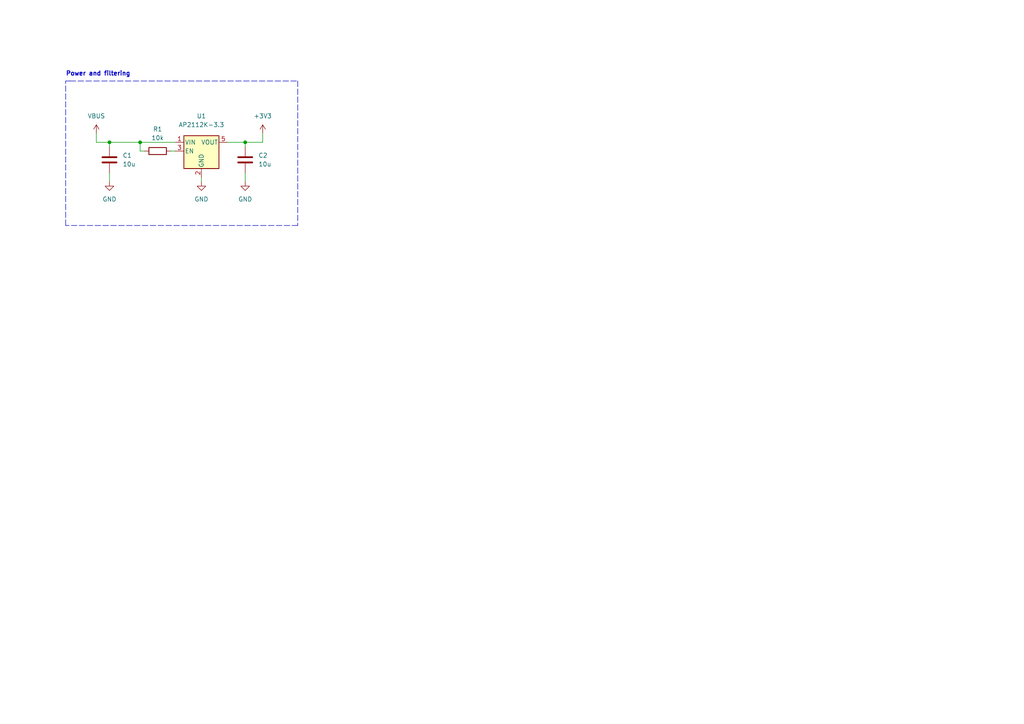
<source format=kicad_sch>
(kicad_sch (version 20211123) (generator eeschema)
  (paper "A4")
  (title_block (title "Pico Card") (date "2022-05-28") (rev "v1.0") (company "DIVA ENG"))
  (lib_symbols
    (symbol "Device:C" (pin_numbers hide) (pin_names (offset 0.254))
      (property "Reference" "C" (at 0.635 2.54 0))
      (property "Value" "C" (at 0.635 -2.54 0))
      (symbol "C_0_1"
        (polyline (pts (xy -2.032 -0.762) (xy 2.032 -0.762)) (stroke (width 0.508)))
        (polyline (pts (xy -2.032 0.762) (xy 2.032 0.762)) (stroke (width 0.508)))
      )
      (symbol "C_1_1"
        (pin passive line (at 0 3.81 270) (length 2.794) (name "~") (number "1"))
        (pin passive line (at 0 -3.81 90) (length 2.794) (name "~") (number "2"))
      )
    )
    (symbol "Device:R" (pin_numbers hide) (pin_names (offset 0))
      (property "Reference" "R" (at 2.032 0 90))
      (property "Value" "R" (at 0 0 90))
      (symbol "R_0_1"
        (rectangle (start -1.016 -2.54) (end 1.016 2.54) (stroke (width 0.254)))
      )
      (symbol "R_1_1"
        (pin passive line (at 0 3.81 270) (length 1.27) (name "~") (number "1"))
        (pin passive line (at 0 -3.81 90) (length 1.27) (name "~") (number "2"))
      )
    )
    (symbol "Regulator_Linear:AP2112K-3.3" (pin_names (offset 0.254))
      (property "Reference" "U" (at -5.08 5.715 0))
      (property "Value" "AP2112K-3.3" (at 0 5.715 0))
      (symbol "AP2112K-3.3_0_1"
        (rectangle (start -5.08 4.445) (end 5.08 -5.08) (stroke (width 0.254)) (fill (type background)))
      )
      (symbol "AP2112K-3.3_1_1"
        (pin power_in line (at -7.62 2.54 0) (length 2.54) (name "VIN") (number "1"))
        (pin power_in line (at 0 -7.62 90) (length 2.54) (name "GND") (number "2"))
        (pin input line (at -7.62 0 0) (length 2.54) (name "EN") (number "3"))
        (pin no_connect line (at 5.08 0 180) (length 2.54) hide (name "NC") (number "4"))
        (pin power_out line (at 7.62 2.54 180) (length 2.54) (name "VOUT") (number "5"))
      )
    )
    (symbol "power:+3.3V" (power) (pin_names (offset 0))
      (property "Value" "+3.3V" (at 0 3.556 0))
      (symbol "+3.3V_0_1"
        (polyline (pts (xy -0.762 1.27) (xy 0 2.54)))
        (polyline (pts (xy 0 0) (xy 0 2.54)))
        (polyline (pts (xy 0 2.54) (xy 0.762 1.27)))
      )
      (symbol "+3.3V_1_1"
        (pin power_in line (at 0 0 90) (length 0) hide (name "+3V3") (number "1"))
      )
    )
    (symbol "power:GND" (power) (pin_names (offset 0))
      (property "Value" "GND" (at 0 -3.81 0))
      (symbol "GND_0_1"
        (polyline (pts (xy 0 0) (xy 0 -1.27) (xy 1.27 -1.27) (xy 0 -2.54) (xy -1.27 -1.27) (xy 0 -1.27)))
      )
      (symbol "GND_1_1"
        (pin power_in line (at 0 0 270) (length 0) hide (name "GND") (number "1"))
      )
    )
    (symbol "power:VBUS" (power) (pin_names (offset 0))
      (property "Value" "VBUS" (at 0 3.81 0))
      (symbol "VBUS_0_1"
        (polyline (pts (xy -0.762 1.27) (xy 0 2.54)))
        (polyline (pts (xy 0 0) (xy 0 2.54)))
        (polyline (pts (xy 0 2.54) (xy 0.762 1.27)))
      )
      (symbol "VBUS_1_1"
        (pin power_in line (at 0 0 90) (length 0) hide (name "VBUS") (number "1"))
      )
    )
  )
  (junction (at 40.64 41.275))
  (junction (at 31.75 41.275))
  (junction (at 71.12 41.275))
  (polyline (pts (xy 86.36 65.405) (xy 19.05 65.405)))
  (wire (pts (xy 71.12 41.275) (xy 71.12 42.545)))
  (wire (pts (xy 66.04 41.275) (xy 71.12 41.275)))
  (wire (pts (xy 41.91 43.815) (xy 40.64 43.815)))
  (wire (pts (xy 71.12 41.275) (xy 76.2 41.275)))
  (wire (pts (xy 27.94 41.275) (xy 31.75 41.275)))
  (wire (pts (xy 71.12 50.165) (xy 71.12 52.705)))
  (polyline (pts (xy 19.05 23.495) (xy 20.32 23.495)))
  (wire (pts (xy 31.75 41.275) (xy 40.64 41.275)))
  (wire (pts (xy 40.64 43.815) (xy 40.64 41.275)))
  (wire (pts (xy 27.94 38.735) (xy 27.94 41.275)))
  (wire (pts (xy 49.53 43.815) (xy 50.8 43.815)))
  (wire (pts (xy 58.42 51.435) (xy 58.42 52.705)))
  (wire (pts (xy 31.75 41.275) (xy 31.75 42.545)))
  (polyline (pts (xy 20.32 23.495) (xy 86.36 23.495)))
  (wire (pts (xy 40.64 41.275) (xy 50.8 41.275)))
  (wire (pts (xy 31.75 50.165) (xy 31.75 52.705)))
  (polyline (pts (xy 86.36 23.495) (xy 86.36 65.405)))
  (wire (pts (xy 76.2 38.735) (xy 76.2 41.275)))
  (polyline (pts (xy 19.05 65.405) (xy 19.05 23.495)))
  (text "Power and filtering" (at 19.05 22.225 0) (effects (font (size 1.27 1.27) bold) (justify left bottom)))
  (symbol (lib_id "Device:C") (at 31.75 46.355 0) (unit 1)
    (property "Reference" "C1" (at 35.56 45.0849 0) (effects (justify left)))
    (property "Value" "10u" (at 35.56 47.6249 0) (effects (justify left)))
    (property "Footprint" "Capacitor_SMD:C_0603_1608Metric" (effects hide))
  )
  (symbol (lib_id "Device:R") (at 45.72 43.815 90) (unit 1)
    (property "Reference" "R1" (at 45.72 37.465 90))
    (property "Value" "10k" (at 45.72 40.005 90))
    (property "Footprint" "Resistor_SMD:R_0402_1005Metric" (effects hide))
  )
  (symbol (lib_id "Device:C") (at 71.12 46.355 0) (unit 1)
    (property "Reference" "C2" (at 74.93 45.0849 0) (effects (justify left)))
    (property "Value" "10u" (at 74.93 47.6249 0) (effects (justify left)))
    (property "Footprint" "Capacitor_SMD:C_0603_1608Metric" (effects hide))
  )
  (symbol (lib_id "Regulator_Linear:AP2112K-3.3") (at 58.42 43.815 0) (unit 1)
    (property "Reference" "U1" (at 58.42 33.655 0))
    (property "Value" "AP2112K-3.3" (at 58.42 36.195 0))
    (property "Footprint" "Package_TO_SOT_SMD:SOT-23-5" (effects hide))
    (property "Datasheet" "https://www.diodes.com/assets/Datasheets/AP2112.pdf" (effects hide))
  )
  (symbol (lib_id "power:GND") (at 71.12 52.705 0) (unit 1)
    (property "Reference" "#PWR05" (effects hide))
    (property "Value" "GND" (at 71.12 57.785 0))
  )
  (symbol (lib_id "power:GND") (at 58.42 52.705 0) (unit 1)
    (property "Reference" "#PWR04" (effects hide))
    (property "Value" "GND" (at 58.42 57.785 0))
  )
  (symbol (lib_id "power:GND") (at 31.75 52.705 0) (unit 1)
    (property "Reference" "#PWR03" (effects hide))
    (property "Value" "GND" (at 31.75 57.785 0))
  )
  (symbol (lib_id "power:VBUS") (at 27.94 38.735 0) (mirror y) (unit 1)
    (property "Reference" "#PWR01" (effects hide))
    (property "Value" "VBUS" (at 27.94 33.655 0))
  )
  (symbol (lib_id "power:+3.3V") (at 76.2 38.735 0) (unit 1)
    (property "Reference" "#PWR02" (effects hide))
    (property "Value" "+3.3V" (at 76.2 33.655 0))
  )
)
</source>
